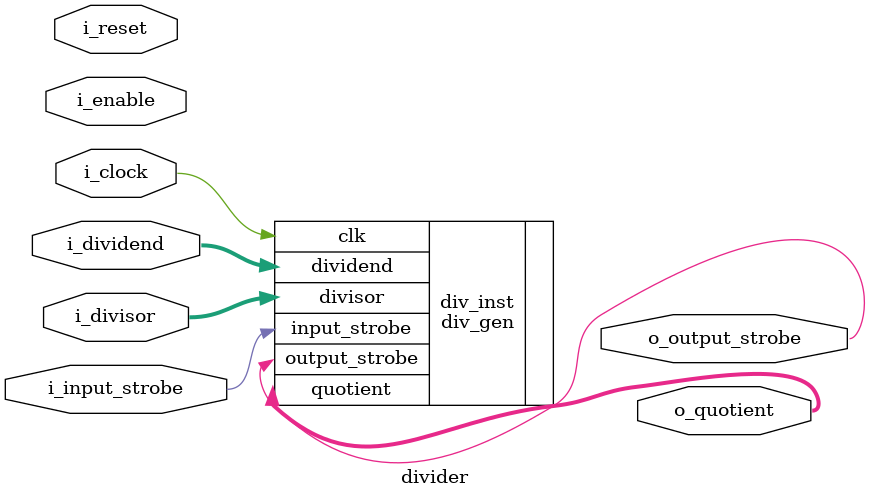
<source format=v>
/*
* xianjun.jiao@imec.be; putaoshu@msn.com
* DELAY: 36 cycles -- this is old parameter
* The new div_gen 5.x allow the valid signal, auto delay or manual delay config
*/
//////////////////////////////////////////////////////////////////////////////////
// 
// Project Name: RA-Sentinel
// 
// Module Name: dot11
//
// Engineer: Tobias Weber
// Target Devices: Artix 7, XC7A100T
// Tool Versions: Vivado 2024.1
// Description:
// 
// Fork of the openofdm project
// https://github.com/jhshi/openofdm
// 
// Dependencies: 
// 
// Revision 1.00 - File Created
// Project: https://github.com/Tobias-DG3YEV/RA-Sentinel
// 
// -----------------------------------------------
// xianjun.jiao@imec.be; putaoshu@msn.com
// DELAY: 36 cycles -- this is old parameter
// The new div_gen 5.x allow the valid signal, auto delay or manual delay config
//
//////////////////////////////////////////////////////////////////////////////////
// Copyright (C) 2024 Tobias Weber
// License: GNU GPL v3
//
// This project is distributed in the hope that it will be useful,
// but WITHOUT ANY WARRANTY; without even the implied warranty of
// MERCHANTIBILITY or FITNESS FOR A PARTICULAR PURPOSE.
// See the GNU General Public License for more details.
// 
// You should have received a copy of the GNU Lesser General Public License
// along with this program. If not, see
// <http://www.gnu.org/licenses/> for a copy.
//////////////////////////////////////////////////////////////////////////////////
`timescale 1ns / 1ps


module divider (
    input i_clock,
    input i_reset,
    input i_enable,

    input signed [31:0] i_dividend,
    input signed [23:0] i_divisor,
    input i_input_strobe,

    output signed [31:0] o_quotient,
    output o_output_strobe
);

div_gen div_inst (
    .clk(i_clock),
    .dividend(i_dividend),
    .divisor(i_divisor),
    .input_strobe(i_input_strobe),
    .output_strobe(o_output_strobe),
    .quotient(o_quotient)
);

// // --------old one---------------
// div_gen_v3_0 div_inst (
//     .clk(i_clock),
//     .i_dividend(i_dividend),
//     .i_divisor(i_divisor),
//     .o_quotient(o_quotient)
// );

// delayT #(.DATA_WIDTH(1), .DELAY(36)) out_inst (
//     .i_clock(i_clock),
//     .i_reset(i_reset),
//     .data_in(i_input_strobe),
//     .data_out(o_output_strobe)
// );

endmodule


</source>
